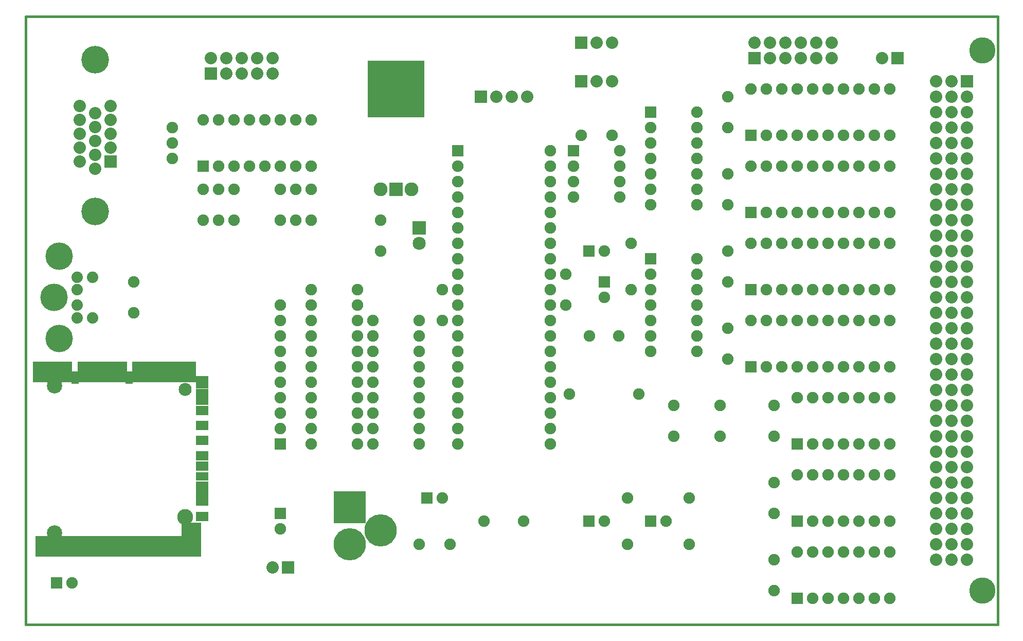
<source format=gts>
G04 (created by PCBNEW (2013-07-07 BZR 4022)-stable) date 2/23/2014 9:12:01 AM*
%MOIN*%
G04 Gerber Fmt 3.4, Leading zero omitted, Abs format*
%FSLAX34Y34*%
G01*
G70*
G90*
G04 APERTURE LIST*
%ADD10C,0.00590551*%
%ADD11C,0.015*%
%ADD12C,0.075*%
%ADD13R,0.075X0.075*%
%ADD14R,0.08X0.08*%
%ADD15C,0.08*%
%ADD16R,0.37X0.37*%
%ADD17C,0.09*%
%ADD18R,0.09X0.09*%
%ADD19C,0.074*%
%ADD20C,0.1775*%
%ADD21C,0.1794*%
%ADD22R,0.079X0.059*%
%ADD23R,0.079X0.0476*%
%ADD24R,0.079X0.079*%
%ADD25R,0.1302X0.108*%
%ADD26C,0.084*%
%ADD27C,0.103*%
%ADD28C,0.099*%
%ADD29R,0.079X0.053*%
%ADD30R,0.079X0.044*%
%ADD31R,0.0476X0.083*%
%ADD32R,1.075X0.138*%
%ADD33R,0.416X0.138*%
%ADD34R,0.32X0.138*%
%ADD35R,0.258X0.138*%
%ADD36C,0.209*%
%ADD37R,0.209X0.209*%
%ADD38C,0.17*%
%ADD39R,0.085X0.085*%
%ADD40C,0.085*%
G04 APERTURE END LIST*
G54D10*
G54D11*
X20000Y-59700D02*
X83000Y-59700D01*
X20000Y-20300D02*
X20000Y-59700D01*
X83000Y-20300D02*
X20000Y-20300D01*
X83000Y-59700D02*
X83000Y-20300D01*
G54D12*
X52280Y-53000D03*
X49720Y-53000D03*
G54D13*
X36500Y-48000D03*
G54D12*
X36500Y-47000D03*
X36500Y-46000D03*
X36500Y-45000D03*
X36500Y-44000D03*
X36500Y-43000D03*
X36500Y-42000D03*
X36500Y-41000D03*
X36500Y-40000D03*
X36500Y-39000D03*
X41500Y-39000D03*
X38500Y-39000D03*
X41500Y-43000D03*
X38500Y-43000D03*
X41500Y-40000D03*
X38500Y-40000D03*
X41500Y-41000D03*
X38500Y-41000D03*
X41500Y-42000D03*
X38500Y-42000D03*
X41500Y-44000D03*
X38500Y-44000D03*
X41500Y-45000D03*
X38500Y-45000D03*
X41500Y-46000D03*
X38500Y-46000D03*
X41500Y-47000D03*
X38500Y-47000D03*
X41500Y-48000D03*
X38500Y-48000D03*
X45500Y-40000D03*
X42500Y-40000D03*
X45500Y-41000D03*
X42500Y-41000D03*
X42500Y-42000D03*
X45500Y-42000D03*
X45500Y-43000D03*
X42500Y-43000D03*
X42500Y-44000D03*
X45500Y-44000D03*
X45500Y-45000D03*
X42500Y-45000D03*
X45500Y-46000D03*
X42500Y-46000D03*
X42500Y-47000D03*
X45500Y-47000D03*
X42500Y-48000D03*
X45500Y-48000D03*
X41500Y-38000D03*
X38500Y-38000D03*
G54D14*
X67250Y-23000D03*
G54D15*
X67250Y-22000D03*
X68250Y-23000D03*
X68250Y-22000D03*
X69250Y-23000D03*
X69250Y-22000D03*
X70250Y-23000D03*
X70250Y-22000D03*
X71250Y-23000D03*
X71250Y-22000D03*
X72250Y-23000D03*
X72250Y-22000D03*
G54D14*
X49500Y-25500D03*
G54D15*
X50500Y-25500D03*
X51500Y-25500D03*
X52500Y-25500D03*
G54D14*
X56000Y-24500D03*
G54D15*
X57000Y-24500D03*
X58000Y-24500D03*
G54D14*
X56000Y-22000D03*
G54D15*
X57000Y-22000D03*
X58000Y-22000D03*
G54D16*
X44000Y-25000D03*
G54D17*
X43000Y-31500D03*
G54D18*
X44000Y-31500D03*
G54D17*
X45000Y-31500D03*
G54D13*
X55500Y-29000D03*
G54D12*
X55500Y-30000D03*
X55500Y-31000D03*
X55500Y-32000D03*
X58500Y-32000D03*
X58500Y-31000D03*
X58500Y-30000D03*
X58500Y-29000D03*
G54D13*
X48000Y-29000D03*
G54D12*
X48000Y-30000D03*
X48000Y-31000D03*
X48000Y-32000D03*
X48000Y-33000D03*
X48000Y-34000D03*
X48000Y-35000D03*
X48000Y-36000D03*
X48000Y-37000D03*
X48000Y-38000D03*
X48000Y-39000D03*
X48000Y-40000D03*
X48000Y-41000D03*
X48000Y-42000D03*
X48000Y-43000D03*
X48000Y-44000D03*
X48000Y-45000D03*
X48000Y-46000D03*
X48000Y-47000D03*
X48000Y-48000D03*
X54000Y-48000D03*
X54000Y-47000D03*
X54000Y-46000D03*
X54000Y-45000D03*
X54000Y-44000D03*
X54000Y-43000D03*
X54000Y-42000D03*
X54000Y-41000D03*
X54000Y-40000D03*
X54000Y-39000D03*
X54000Y-38000D03*
X54000Y-37000D03*
X54000Y-36000D03*
X54000Y-35000D03*
X54000Y-34000D03*
X54000Y-33000D03*
X54000Y-32000D03*
X54000Y-31000D03*
X54000Y-30000D03*
X54000Y-29000D03*
G54D13*
X67000Y-28000D03*
G54D12*
X68000Y-28000D03*
X69000Y-28000D03*
X70000Y-28000D03*
X71000Y-28000D03*
X72000Y-28000D03*
X73000Y-28000D03*
X74000Y-28000D03*
X75000Y-28000D03*
X76000Y-28000D03*
X76000Y-25000D03*
X75000Y-25000D03*
X74000Y-25000D03*
X73000Y-25000D03*
X72000Y-25000D03*
X71000Y-25000D03*
X70000Y-25000D03*
X69000Y-25000D03*
X68000Y-25000D03*
X67000Y-25000D03*
G54D13*
X67000Y-38000D03*
G54D12*
X68000Y-38000D03*
X69000Y-38000D03*
X70000Y-38000D03*
X71000Y-38000D03*
X72000Y-38000D03*
X73000Y-38000D03*
X74000Y-38000D03*
X75000Y-38000D03*
X76000Y-38000D03*
X76000Y-35000D03*
X75000Y-35000D03*
X74000Y-35000D03*
X73000Y-35000D03*
X72000Y-35000D03*
X71000Y-35000D03*
X70000Y-35000D03*
X69000Y-35000D03*
X68000Y-35000D03*
X67000Y-35000D03*
G54D13*
X67000Y-33000D03*
G54D12*
X68000Y-33000D03*
X69000Y-33000D03*
X70000Y-33000D03*
X71000Y-33000D03*
X72000Y-33000D03*
X73000Y-33000D03*
X74000Y-33000D03*
X75000Y-33000D03*
X76000Y-33000D03*
X76000Y-30000D03*
X75000Y-30000D03*
X74000Y-30000D03*
X73000Y-30000D03*
X72000Y-30000D03*
X71000Y-30000D03*
X70000Y-30000D03*
X69000Y-30000D03*
X68000Y-30000D03*
X67000Y-30000D03*
G54D13*
X67000Y-43000D03*
G54D12*
X68000Y-43000D03*
X69000Y-43000D03*
X70000Y-43000D03*
X71000Y-43000D03*
X72000Y-43000D03*
X73000Y-43000D03*
X74000Y-43000D03*
X75000Y-43000D03*
X76000Y-43000D03*
X76000Y-40000D03*
X75000Y-40000D03*
X74000Y-40000D03*
X73000Y-40000D03*
X72000Y-40000D03*
X71000Y-40000D03*
X70000Y-40000D03*
X69000Y-40000D03*
X68000Y-40000D03*
X67000Y-40000D03*
G54D13*
X31500Y-30000D03*
G54D12*
X32500Y-30000D03*
X33500Y-30000D03*
X34500Y-30000D03*
X35500Y-30000D03*
X36500Y-30000D03*
X37500Y-30000D03*
X38500Y-30000D03*
X38500Y-27000D03*
X37500Y-27000D03*
X36500Y-27000D03*
X35500Y-27000D03*
X34500Y-27000D03*
X33500Y-27000D03*
X32500Y-27000D03*
X31500Y-27000D03*
G54D13*
X70000Y-53000D03*
G54D12*
X71000Y-53000D03*
X72000Y-53000D03*
X73000Y-53000D03*
X74000Y-53000D03*
X75000Y-53000D03*
X76000Y-53000D03*
X76000Y-50000D03*
X75000Y-50000D03*
X74000Y-50000D03*
X73000Y-50000D03*
X72000Y-50000D03*
X71000Y-50000D03*
X70000Y-50000D03*
G54D13*
X70000Y-58000D03*
G54D12*
X71000Y-58000D03*
X72000Y-58000D03*
X73000Y-58000D03*
X74000Y-58000D03*
X75000Y-58000D03*
X76000Y-58000D03*
X76000Y-55000D03*
X75000Y-55000D03*
X74000Y-55000D03*
X73000Y-55000D03*
X72000Y-55000D03*
X71000Y-55000D03*
X70000Y-55000D03*
G54D13*
X70000Y-48000D03*
G54D12*
X71000Y-48000D03*
X72000Y-48000D03*
X73000Y-48000D03*
X74000Y-48000D03*
X75000Y-48000D03*
X76000Y-48000D03*
X76000Y-45000D03*
X75000Y-45000D03*
X74000Y-45000D03*
X73000Y-45000D03*
X72000Y-45000D03*
X71000Y-45000D03*
X70000Y-45000D03*
G54D13*
X60500Y-26500D03*
G54D12*
X60500Y-27500D03*
X60500Y-28500D03*
X60500Y-29500D03*
X60500Y-30500D03*
X60500Y-31500D03*
X60500Y-32500D03*
X63500Y-32500D03*
X63500Y-31500D03*
X63500Y-30500D03*
X63500Y-29500D03*
X63500Y-28500D03*
X63500Y-27500D03*
X63500Y-26500D03*
G54D13*
X60500Y-36000D03*
G54D12*
X60500Y-37000D03*
X60500Y-38000D03*
X60500Y-39000D03*
X60500Y-40000D03*
X60500Y-41000D03*
X60500Y-42000D03*
X63500Y-42000D03*
X63500Y-41000D03*
X63500Y-40000D03*
X63500Y-39000D03*
X63500Y-38000D03*
X63500Y-37000D03*
X63500Y-36000D03*
X56539Y-41000D03*
X58461Y-41000D03*
X55250Y-44750D03*
X59750Y-44750D03*
G54D19*
X23350Y-37988D03*
X23350Y-39012D03*
X24331Y-39819D03*
X24331Y-37181D03*
X23350Y-37181D03*
X23350Y-39819D03*
G54D20*
X21850Y-38500D03*
X22169Y-41161D03*
X22169Y-35839D03*
G54D21*
X24500Y-23081D03*
X24500Y-32919D03*
G54D14*
X25500Y-29709D03*
G54D15*
X25500Y-28807D03*
X25500Y-27902D03*
X25500Y-27000D03*
X25500Y-26098D03*
X24500Y-27451D03*
X24500Y-28352D03*
X24500Y-29254D03*
X24500Y-30156D03*
X24500Y-26549D03*
X23500Y-29709D03*
X23500Y-28807D03*
X23500Y-27902D03*
X23500Y-27000D03*
X23500Y-26098D03*
G54D12*
X68500Y-55500D03*
X68500Y-57500D03*
X55000Y-37000D03*
X55000Y-39000D03*
X65500Y-42500D03*
X65500Y-40500D03*
X47000Y-40000D03*
X47000Y-38000D03*
X68500Y-50500D03*
X68500Y-52500D03*
X68500Y-45500D03*
X68500Y-47500D03*
X58000Y-28000D03*
X56000Y-28000D03*
X27000Y-39500D03*
X27000Y-37500D03*
X43000Y-33500D03*
X43000Y-35500D03*
X45500Y-54500D03*
X47500Y-54500D03*
G54D14*
X76500Y-23000D03*
G54D15*
X75500Y-23000D03*
G54D13*
X46000Y-51500D03*
G54D12*
X47000Y-51500D03*
G54D13*
X57500Y-37500D03*
G54D12*
X57500Y-38500D03*
G54D13*
X36500Y-52500D03*
G54D12*
X36500Y-53500D03*
X31500Y-33500D03*
X33500Y-33500D03*
X32500Y-33500D03*
X36500Y-31500D03*
X38500Y-31500D03*
X37500Y-31500D03*
X65500Y-30500D03*
X65500Y-32500D03*
X36500Y-33500D03*
X38500Y-33500D03*
X37500Y-33500D03*
X65500Y-25500D03*
X65500Y-27500D03*
X31500Y-31500D03*
X33500Y-31500D03*
X32500Y-31500D03*
X65500Y-35500D03*
X65500Y-37500D03*
G54D22*
X31452Y-50725D03*
X31451Y-49435D03*
X31452Y-48757D03*
X31452Y-47772D03*
X31452Y-46788D03*
X31452Y-45832D03*
X31452Y-45163D03*
X31452Y-52694D03*
X31452Y-51709D03*
G54D23*
X31452Y-44651D03*
G54D24*
X31450Y-44010D03*
G54D25*
X30744Y-53646D03*
G54D26*
X30350Y-44474D03*
G54D27*
X30350Y-52742D03*
G54D28*
X21885Y-53766D03*
X21885Y-44238D03*
G54D29*
X31451Y-50085D03*
G54D30*
X31452Y-51207D03*
G54D31*
X26728Y-43686D03*
X23204Y-43686D03*
G54D32*
X26000Y-54630D03*
G54D33*
X28980Y-43330D03*
G54D34*
X24976Y-43331D03*
G54D35*
X21748Y-43331D03*
G54D12*
X29500Y-27500D03*
X29500Y-29500D03*
X29500Y-28500D03*
G54D14*
X32000Y-24000D03*
G54D15*
X32000Y-23000D03*
X33000Y-24000D03*
X33000Y-23000D03*
X34000Y-24000D03*
X34000Y-23000D03*
X35000Y-24000D03*
X35000Y-23000D03*
X36000Y-24000D03*
X36000Y-23000D03*
G54D36*
X41000Y-54500D03*
G54D37*
X41000Y-52100D03*
G54D36*
X43000Y-53600D03*
G54D14*
X37000Y-56000D03*
G54D15*
X36000Y-56000D03*
G54D14*
X81000Y-24500D03*
G54D15*
X81000Y-25500D03*
X81000Y-26500D03*
X81000Y-27500D03*
X81000Y-28500D03*
X81000Y-29500D03*
X81000Y-30500D03*
X81000Y-31500D03*
X81000Y-32500D03*
X81000Y-33500D03*
X81000Y-34500D03*
X81000Y-35500D03*
X81000Y-36500D03*
X81000Y-37500D03*
X81000Y-38500D03*
X81000Y-39500D03*
X81000Y-40500D03*
X81000Y-41500D03*
X81000Y-42500D03*
X81000Y-43500D03*
X81000Y-44500D03*
X81000Y-45500D03*
X81000Y-46500D03*
X81000Y-47500D03*
X81000Y-48500D03*
X81000Y-49500D03*
X81000Y-50500D03*
X81000Y-51500D03*
X81000Y-52500D03*
X81000Y-53500D03*
X81000Y-54500D03*
X81000Y-55500D03*
X80000Y-24500D03*
X80000Y-25500D03*
X80000Y-26500D03*
X80000Y-27500D03*
X80000Y-28500D03*
X80000Y-29500D03*
X80000Y-30500D03*
X80000Y-31500D03*
X80000Y-32500D03*
X80000Y-33500D03*
X80000Y-34500D03*
X80000Y-35500D03*
X80000Y-36500D03*
X80000Y-37500D03*
X80000Y-38500D03*
X80000Y-39500D03*
X80000Y-40500D03*
X80000Y-41500D03*
X80000Y-42500D03*
X80000Y-43500D03*
X80000Y-44500D03*
X80000Y-45500D03*
X80000Y-46500D03*
X80000Y-47500D03*
X80000Y-48500D03*
X80000Y-49500D03*
X80000Y-50500D03*
X80000Y-51500D03*
X80000Y-52500D03*
X80000Y-53500D03*
X80000Y-54500D03*
X80000Y-55500D03*
X79000Y-24500D03*
X79000Y-25500D03*
X79000Y-26500D03*
X79000Y-27500D03*
X79000Y-28500D03*
X79000Y-29500D03*
X79000Y-30500D03*
X79000Y-31500D03*
X79000Y-32500D03*
X79000Y-33500D03*
X79000Y-34500D03*
X79000Y-35500D03*
X79000Y-36500D03*
X79000Y-37500D03*
X79000Y-38500D03*
X79000Y-39500D03*
X79000Y-40500D03*
X79000Y-41500D03*
X79000Y-42500D03*
X79000Y-43500D03*
X79000Y-44500D03*
X79000Y-45500D03*
X79000Y-46500D03*
X79000Y-47500D03*
X79000Y-48500D03*
X79000Y-49500D03*
X79000Y-50500D03*
X79000Y-51500D03*
X79000Y-52500D03*
X79000Y-53500D03*
X79000Y-54500D03*
X79000Y-55500D03*
G54D38*
X82000Y-57500D03*
X82000Y-22500D03*
G54D12*
X59000Y-51500D03*
X59000Y-54500D03*
X63000Y-51500D03*
X63000Y-54500D03*
X59250Y-35000D03*
X59250Y-38000D03*
X62000Y-47500D03*
X62000Y-45500D03*
X65000Y-47500D03*
X65000Y-45500D03*
G54D13*
X22000Y-57000D03*
G54D12*
X23000Y-57000D03*
G54D13*
X56500Y-53000D03*
G54D12*
X57500Y-53000D03*
G54D13*
X60500Y-53000D03*
G54D12*
X61500Y-53000D03*
G54D13*
X56500Y-35500D03*
G54D12*
X57500Y-35500D03*
G54D39*
X45500Y-34000D03*
G54D40*
X45500Y-35000D03*
M02*

</source>
